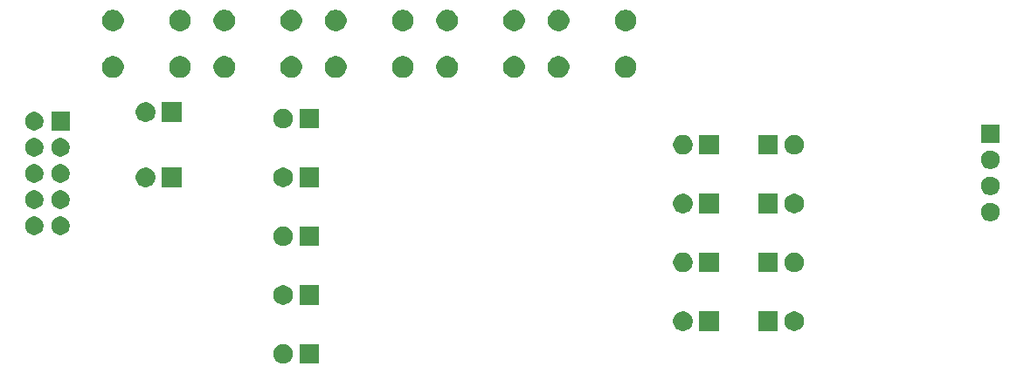
<source format=gbr>
G04 #@! TF.GenerationSoftware,KiCad,Pcbnew,(5.1.5)-3*
G04 #@! TF.CreationDate,2020-07-08T15:38:16+02:00*
G04 #@! TF.ProjectId,SBIO3,5342494f-332e-46b6-9963-61645f706362,rev?*
G04 #@! TF.SameCoordinates,Original*
G04 #@! TF.FileFunction,Soldermask,Bot*
G04 #@! TF.FilePolarity,Negative*
%FSLAX46Y46*%
G04 Gerber Fmt 4.6, Leading zero omitted, Abs format (unit mm)*
G04 Created by KiCad (PCBNEW (5.1.5)-3) date 2020-07-08 15:38:16*
%MOMM*%
%LPD*%
G04 APERTURE LIST*
%ADD10C,0.100000*%
G04 APERTURE END LIST*
D10*
G36*
X104421000Y-176376000D02*
G01*
X102519000Y-176376000D01*
X102519000Y-174474000D01*
X104421000Y-174474000D01*
X104421000Y-176376000D01*
G37*
G36*
X101207395Y-174510546D02*
G01*
X101380466Y-174582234D01*
X101380467Y-174582235D01*
X101536227Y-174686310D01*
X101668690Y-174818773D01*
X101668691Y-174818775D01*
X101772766Y-174974534D01*
X101844454Y-175147605D01*
X101881000Y-175331333D01*
X101881000Y-175518667D01*
X101844454Y-175702395D01*
X101772766Y-175875466D01*
X101772765Y-175875467D01*
X101668690Y-176031227D01*
X101536227Y-176163690D01*
X101457818Y-176216081D01*
X101380466Y-176267766D01*
X101207395Y-176339454D01*
X101023667Y-176376000D01*
X100836333Y-176376000D01*
X100652605Y-176339454D01*
X100479534Y-176267766D01*
X100402182Y-176216081D01*
X100323773Y-176163690D01*
X100191310Y-176031227D01*
X100087235Y-175875467D01*
X100087234Y-175875466D01*
X100015546Y-175702395D01*
X99979000Y-175518667D01*
X99979000Y-175331333D01*
X100015546Y-175147605D01*
X100087234Y-174974534D01*
X100191309Y-174818775D01*
X100191310Y-174818773D01*
X100323773Y-174686310D01*
X100479533Y-174582235D01*
X100479534Y-174582234D01*
X100652605Y-174510546D01*
X100836333Y-174474000D01*
X101023667Y-174474000D01*
X101207395Y-174510546D01*
G37*
G36*
X148871000Y-173201000D02*
G01*
X146969000Y-173201000D01*
X146969000Y-171299000D01*
X148871000Y-171299000D01*
X148871000Y-173201000D01*
G37*
G36*
X143156000Y-173201000D02*
G01*
X141254000Y-173201000D01*
X141254000Y-171299000D01*
X143156000Y-171299000D01*
X143156000Y-173201000D01*
G37*
G36*
X139942395Y-171335546D02*
G01*
X140115466Y-171407234D01*
X140115467Y-171407235D01*
X140271227Y-171511310D01*
X140403690Y-171643773D01*
X140403691Y-171643775D01*
X140507766Y-171799534D01*
X140579454Y-171972605D01*
X140616000Y-172156333D01*
X140616000Y-172343667D01*
X140579454Y-172527395D01*
X140507766Y-172700466D01*
X140507765Y-172700467D01*
X140403690Y-172856227D01*
X140271227Y-172988690D01*
X140192818Y-173041081D01*
X140115466Y-173092766D01*
X139942395Y-173164454D01*
X139758667Y-173201000D01*
X139571333Y-173201000D01*
X139387605Y-173164454D01*
X139214534Y-173092766D01*
X139137182Y-173041081D01*
X139058773Y-172988690D01*
X138926310Y-172856227D01*
X138822235Y-172700467D01*
X138822234Y-172700466D01*
X138750546Y-172527395D01*
X138714000Y-172343667D01*
X138714000Y-172156333D01*
X138750546Y-171972605D01*
X138822234Y-171799534D01*
X138926309Y-171643775D01*
X138926310Y-171643773D01*
X139058773Y-171511310D01*
X139214533Y-171407235D01*
X139214534Y-171407234D01*
X139387605Y-171335546D01*
X139571333Y-171299000D01*
X139758667Y-171299000D01*
X139942395Y-171335546D01*
G37*
G36*
X150737395Y-171335546D02*
G01*
X150910466Y-171407234D01*
X150910467Y-171407235D01*
X151066227Y-171511310D01*
X151198690Y-171643773D01*
X151198691Y-171643775D01*
X151302766Y-171799534D01*
X151374454Y-171972605D01*
X151411000Y-172156333D01*
X151411000Y-172343667D01*
X151374454Y-172527395D01*
X151302766Y-172700466D01*
X151302765Y-172700467D01*
X151198690Y-172856227D01*
X151066227Y-172988690D01*
X150987818Y-173041081D01*
X150910466Y-173092766D01*
X150737395Y-173164454D01*
X150553667Y-173201000D01*
X150366333Y-173201000D01*
X150182605Y-173164454D01*
X150009534Y-173092766D01*
X149932182Y-173041081D01*
X149853773Y-172988690D01*
X149721310Y-172856227D01*
X149617235Y-172700467D01*
X149617234Y-172700466D01*
X149545546Y-172527395D01*
X149509000Y-172343667D01*
X149509000Y-172156333D01*
X149545546Y-171972605D01*
X149617234Y-171799534D01*
X149721309Y-171643775D01*
X149721310Y-171643773D01*
X149853773Y-171511310D01*
X150009533Y-171407235D01*
X150009534Y-171407234D01*
X150182605Y-171335546D01*
X150366333Y-171299000D01*
X150553667Y-171299000D01*
X150737395Y-171335546D01*
G37*
G36*
X104421000Y-170661000D02*
G01*
X102519000Y-170661000D01*
X102519000Y-168759000D01*
X104421000Y-168759000D01*
X104421000Y-170661000D01*
G37*
G36*
X101207395Y-168795546D02*
G01*
X101380466Y-168867234D01*
X101380467Y-168867235D01*
X101536227Y-168971310D01*
X101668690Y-169103773D01*
X101668691Y-169103775D01*
X101772766Y-169259534D01*
X101844454Y-169432605D01*
X101881000Y-169616333D01*
X101881000Y-169803667D01*
X101844454Y-169987395D01*
X101772766Y-170160466D01*
X101772765Y-170160467D01*
X101668690Y-170316227D01*
X101536227Y-170448690D01*
X101457818Y-170501081D01*
X101380466Y-170552766D01*
X101207395Y-170624454D01*
X101023667Y-170661000D01*
X100836333Y-170661000D01*
X100652605Y-170624454D01*
X100479534Y-170552766D01*
X100402182Y-170501081D01*
X100323773Y-170448690D01*
X100191310Y-170316227D01*
X100087235Y-170160467D01*
X100087234Y-170160466D01*
X100015546Y-169987395D01*
X99979000Y-169803667D01*
X99979000Y-169616333D01*
X100015546Y-169432605D01*
X100087234Y-169259534D01*
X100191309Y-169103775D01*
X100191310Y-169103773D01*
X100323773Y-168971310D01*
X100479533Y-168867235D01*
X100479534Y-168867234D01*
X100652605Y-168795546D01*
X100836333Y-168759000D01*
X101023667Y-168759000D01*
X101207395Y-168795546D01*
G37*
G36*
X150737395Y-165620546D02*
G01*
X150910466Y-165692234D01*
X150910467Y-165692235D01*
X151066227Y-165796310D01*
X151198690Y-165928773D01*
X151198691Y-165928775D01*
X151302766Y-166084534D01*
X151374454Y-166257605D01*
X151411000Y-166441333D01*
X151411000Y-166628667D01*
X151374454Y-166812395D01*
X151302766Y-166985466D01*
X151302765Y-166985467D01*
X151198690Y-167141227D01*
X151066227Y-167273690D01*
X150987818Y-167326081D01*
X150910466Y-167377766D01*
X150737395Y-167449454D01*
X150553667Y-167486000D01*
X150366333Y-167486000D01*
X150182605Y-167449454D01*
X150009534Y-167377766D01*
X149932182Y-167326081D01*
X149853773Y-167273690D01*
X149721310Y-167141227D01*
X149617235Y-166985467D01*
X149617234Y-166985466D01*
X149545546Y-166812395D01*
X149509000Y-166628667D01*
X149509000Y-166441333D01*
X149545546Y-166257605D01*
X149617234Y-166084534D01*
X149721309Y-165928775D01*
X149721310Y-165928773D01*
X149853773Y-165796310D01*
X150009533Y-165692235D01*
X150009534Y-165692234D01*
X150182605Y-165620546D01*
X150366333Y-165584000D01*
X150553667Y-165584000D01*
X150737395Y-165620546D01*
G37*
G36*
X148871000Y-167486000D02*
G01*
X146969000Y-167486000D01*
X146969000Y-165584000D01*
X148871000Y-165584000D01*
X148871000Y-167486000D01*
G37*
G36*
X143156000Y-167486000D02*
G01*
X141254000Y-167486000D01*
X141254000Y-165584000D01*
X143156000Y-165584000D01*
X143156000Y-167486000D01*
G37*
G36*
X139942395Y-165620546D02*
G01*
X140115466Y-165692234D01*
X140115467Y-165692235D01*
X140271227Y-165796310D01*
X140403690Y-165928773D01*
X140403691Y-165928775D01*
X140507766Y-166084534D01*
X140579454Y-166257605D01*
X140616000Y-166441333D01*
X140616000Y-166628667D01*
X140579454Y-166812395D01*
X140507766Y-166985466D01*
X140507765Y-166985467D01*
X140403690Y-167141227D01*
X140271227Y-167273690D01*
X140192818Y-167326081D01*
X140115466Y-167377766D01*
X139942395Y-167449454D01*
X139758667Y-167486000D01*
X139571333Y-167486000D01*
X139387605Y-167449454D01*
X139214534Y-167377766D01*
X139137182Y-167326081D01*
X139058773Y-167273690D01*
X138926310Y-167141227D01*
X138822235Y-166985467D01*
X138822234Y-166985466D01*
X138750546Y-166812395D01*
X138714000Y-166628667D01*
X138714000Y-166441333D01*
X138750546Y-166257605D01*
X138822234Y-166084534D01*
X138926309Y-165928775D01*
X138926310Y-165928773D01*
X139058773Y-165796310D01*
X139214533Y-165692235D01*
X139214534Y-165692234D01*
X139387605Y-165620546D01*
X139571333Y-165584000D01*
X139758667Y-165584000D01*
X139942395Y-165620546D01*
G37*
G36*
X101207395Y-163080546D02*
G01*
X101380466Y-163152234D01*
X101380467Y-163152235D01*
X101536227Y-163256310D01*
X101668690Y-163388773D01*
X101668691Y-163388775D01*
X101772766Y-163544534D01*
X101844454Y-163717605D01*
X101881000Y-163901333D01*
X101881000Y-164088667D01*
X101844454Y-164272395D01*
X101772766Y-164445466D01*
X101772765Y-164445467D01*
X101668690Y-164601227D01*
X101536227Y-164733690D01*
X101457818Y-164786081D01*
X101380466Y-164837766D01*
X101207395Y-164909454D01*
X101023667Y-164946000D01*
X100836333Y-164946000D01*
X100652605Y-164909454D01*
X100479534Y-164837766D01*
X100402182Y-164786081D01*
X100323773Y-164733690D01*
X100191310Y-164601227D01*
X100087235Y-164445467D01*
X100087234Y-164445466D01*
X100015546Y-164272395D01*
X99979000Y-164088667D01*
X99979000Y-163901333D01*
X100015546Y-163717605D01*
X100087234Y-163544534D01*
X100191309Y-163388775D01*
X100191310Y-163388773D01*
X100323773Y-163256310D01*
X100479533Y-163152235D01*
X100479534Y-163152234D01*
X100652605Y-163080546D01*
X100836333Y-163044000D01*
X101023667Y-163044000D01*
X101207395Y-163080546D01*
G37*
G36*
X104421000Y-164946000D02*
G01*
X102519000Y-164946000D01*
X102519000Y-163044000D01*
X104421000Y-163044000D01*
X104421000Y-164946000D01*
G37*
G36*
X76913512Y-162082927D02*
G01*
X77062812Y-162112624D01*
X77226784Y-162180544D01*
X77374354Y-162279147D01*
X77499853Y-162404646D01*
X77598456Y-162552216D01*
X77666376Y-162716188D01*
X77701000Y-162890259D01*
X77701000Y-163067741D01*
X77666376Y-163241812D01*
X77598456Y-163405784D01*
X77499853Y-163553354D01*
X77374354Y-163678853D01*
X77226784Y-163777456D01*
X77062812Y-163845376D01*
X76913512Y-163875073D01*
X76888742Y-163880000D01*
X76711258Y-163880000D01*
X76686488Y-163875073D01*
X76537188Y-163845376D01*
X76373216Y-163777456D01*
X76225646Y-163678853D01*
X76100147Y-163553354D01*
X76001544Y-163405784D01*
X75933624Y-163241812D01*
X75899000Y-163067741D01*
X75899000Y-162890259D01*
X75933624Y-162716188D01*
X76001544Y-162552216D01*
X76100147Y-162404646D01*
X76225646Y-162279147D01*
X76373216Y-162180544D01*
X76537188Y-162112624D01*
X76686488Y-162082927D01*
X76711258Y-162078000D01*
X76888742Y-162078000D01*
X76913512Y-162082927D01*
G37*
G36*
X79453512Y-162082927D02*
G01*
X79602812Y-162112624D01*
X79766784Y-162180544D01*
X79914354Y-162279147D01*
X80039853Y-162404646D01*
X80138456Y-162552216D01*
X80206376Y-162716188D01*
X80241000Y-162890259D01*
X80241000Y-163067741D01*
X80206376Y-163241812D01*
X80138456Y-163405784D01*
X80039853Y-163553354D01*
X79914354Y-163678853D01*
X79766784Y-163777456D01*
X79602812Y-163845376D01*
X79453512Y-163875073D01*
X79428742Y-163880000D01*
X79251258Y-163880000D01*
X79226488Y-163875073D01*
X79077188Y-163845376D01*
X78913216Y-163777456D01*
X78765646Y-163678853D01*
X78640147Y-163553354D01*
X78541544Y-163405784D01*
X78473624Y-163241812D01*
X78439000Y-163067741D01*
X78439000Y-162890259D01*
X78473624Y-162716188D01*
X78541544Y-162552216D01*
X78640147Y-162404646D01*
X78765646Y-162279147D01*
X78913216Y-162180544D01*
X79077188Y-162112624D01*
X79226488Y-162082927D01*
X79251258Y-162078000D01*
X79428742Y-162078000D01*
X79453512Y-162082927D01*
G37*
G36*
X169560012Y-160749427D02*
G01*
X169709312Y-160779124D01*
X169873284Y-160847044D01*
X170020854Y-160945647D01*
X170146353Y-161071146D01*
X170244956Y-161218716D01*
X170312876Y-161382688D01*
X170347500Y-161556759D01*
X170347500Y-161734241D01*
X170312876Y-161908312D01*
X170244956Y-162072284D01*
X170146353Y-162219854D01*
X170020854Y-162345353D01*
X169873284Y-162443956D01*
X169709312Y-162511876D01*
X169560012Y-162541573D01*
X169535242Y-162546500D01*
X169357758Y-162546500D01*
X169332988Y-162541573D01*
X169183688Y-162511876D01*
X169019716Y-162443956D01*
X168872146Y-162345353D01*
X168746647Y-162219854D01*
X168648044Y-162072284D01*
X168580124Y-161908312D01*
X168545500Y-161734241D01*
X168545500Y-161556759D01*
X168580124Y-161382688D01*
X168648044Y-161218716D01*
X168746647Y-161071146D01*
X168872146Y-160945647D01*
X169019716Y-160847044D01*
X169183688Y-160779124D01*
X169332988Y-160749427D01*
X169357758Y-160744500D01*
X169535242Y-160744500D01*
X169560012Y-160749427D01*
G37*
G36*
X150737395Y-159905546D02*
G01*
X150910466Y-159977234D01*
X150962820Y-160012216D01*
X151066227Y-160081310D01*
X151198690Y-160213773D01*
X151198691Y-160213775D01*
X151302766Y-160369534D01*
X151374454Y-160542605D01*
X151411000Y-160726333D01*
X151411000Y-160913667D01*
X151374454Y-161097395D01*
X151302766Y-161270466D01*
X151279440Y-161305376D01*
X151198690Y-161426227D01*
X151066227Y-161558690D01*
X150987818Y-161611081D01*
X150910466Y-161662766D01*
X150737395Y-161734454D01*
X150553667Y-161771000D01*
X150366333Y-161771000D01*
X150182605Y-161734454D01*
X150009534Y-161662766D01*
X149932182Y-161611081D01*
X149853773Y-161558690D01*
X149721310Y-161426227D01*
X149640560Y-161305376D01*
X149617234Y-161270466D01*
X149545546Y-161097395D01*
X149509000Y-160913667D01*
X149509000Y-160726333D01*
X149545546Y-160542605D01*
X149617234Y-160369534D01*
X149721309Y-160213775D01*
X149721310Y-160213773D01*
X149853773Y-160081310D01*
X149957180Y-160012216D01*
X150009534Y-159977234D01*
X150182605Y-159905546D01*
X150366333Y-159869000D01*
X150553667Y-159869000D01*
X150737395Y-159905546D01*
G37*
G36*
X139942395Y-159905546D02*
G01*
X140115466Y-159977234D01*
X140167820Y-160012216D01*
X140271227Y-160081310D01*
X140403690Y-160213773D01*
X140403691Y-160213775D01*
X140507766Y-160369534D01*
X140579454Y-160542605D01*
X140616000Y-160726333D01*
X140616000Y-160913667D01*
X140579454Y-161097395D01*
X140507766Y-161270466D01*
X140484440Y-161305376D01*
X140403690Y-161426227D01*
X140271227Y-161558690D01*
X140192818Y-161611081D01*
X140115466Y-161662766D01*
X139942395Y-161734454D01*
X139758667Y-161771000D01*
X139571333Y-161771000D01*
X139387605Y-161734454D01*
X139214534Y-161662766D01*
X139137182Y-161611081D01*
X139058773Y-161558690D01*
X138926310Y-161426227D01*
X138845560Y-161305376D01*
X138822234Y-161270466D01*
X138750546Y-161097395D01*
X138714000Y-160913667D01*
X138714000Y-160726333D01*
X138750546Y-160542605D01*
X138822234Y-160369534D01*
X138926309Y-160213775D01*
X138926310Y-160213773D01*
X139058773Y-160081310D01*
X139162180Y-160012216D01*
X139214534Y-159977234D01*
X139387605Y-159905546D01*
X139571333Y-159869000D01*
X139758667Y-159869000D01*
X139942395Y-159905546D01*
G37*
G36*
X143156000Y-161771000D02*
G01*
X141254000Y-161771000D01*
X141254000Y-159869000D01*
X143156000Y-159869000D01*
X143156000Y-161771000D01*
G37*
G36*
X148871000Y-161771000D02*
G01*
X146969000Y-161771000D01*
X146969000Y-159869000D01*
X148871000Y-159869000D01*
X148871000Y-161771000D01*
G37*
G36*
X76913512Y-159542927D02*
G01*
X77062812Y-159572624D01*
X77226784Y-159640544D01*
X77374354Y-159739147D01*
X77499853Y-159864646D01*
X77598456Y-160012216D01*
X77666376Y-160176188D01*
X77696073Y-160325488D01*
X77701000Y-160350258D01*
X77701000Y-160527742D01*
X77696073Y-160552512D01*
X77666376Y-160701812D01*
X77598456Y-160865784D01*
X77499853Y-161013354D01*
X77374354Y-161138853D01*
X77226784Y-161237456D01*
X77062812Y-161305376D01*
X76913512Y-161335073D01*
X76888742Y-161340000D01*
X76711258Y-161340000D01*
X76686488Y-161335073D01*
X76537188Y-161305376D01*
X76373216Y-161237456D01*
X76225646Y-161138853D01*
X76100147Y-161013354D01*
X76001544Y-160865784D01*
X75933624Y-160701812D01*
X75903927Y-160552512D01*
X75899000Y-160527742D01*
X75899000Y-160350258D01*
X75903927Y-160325488D01*
X75933624Y-160176188D01*
X76001544Y-160012216D01*
X76100147Y-159864646D01*
X76225646Y-159739147D01*
X76373216Y-159640544D01*
X76537188Y-159572624D01*
X76686488Y-159542927D01*
X76711258Y-159538000D01*
X76888742Y-159538000D01*
X76913512Y-159542927D01*
G37*
G36*
X79453512Y-159542927D02*
G01*
X79602812Y-159572624D01*
X79766784Y-159640544D01*
X79914354Y-159739147D01*
X80039853Y-159864646D01*
X80138456Y-160012216D01*
X80206376Y-160176188D01*
X80236073Y-160325488D01*
X80241000Y-160350258D01*
X80241000Y-160527742D01*
X80236073Y-160552512D01*
X80206376Y-160701812D01*
X80138456Y-160865784D01*
X80039853Y-161013354D01*
X79914354Y-161138853D01*
X79766784Y-161237456D01*
X79602812Y-161305376D01*
X79453512Y-161335073D01*
X79428742Y-161340000D01*
X79251258Y-161340000D01*
X79226488Y-161335073D01*
X79077188Y-161305376D01*
X78913216Y-161237456D01*
X78765646Y-161138853D01*
X78640147Y-161013354D01*
X78541544Y-160865784D01*
X78473624Y-160701812D01*
X78443927Y-160552512D01*
X78439000Y-160527742D01*
X78439000Y-160350258D01*
X78443927Y-160325488D01*
X78473624Y-160176188D01*
X78541544Y-160012216D01*
X78640147Y-159864646D01*
X78765646Y-159739147D01*
X78913216Y-159640544D01*
X79077188Y-159572624D01*
X79226488Y-159542927D01*
X79251258Y-159538000D01*
X79428742Y-159538000D01*
X79453512Y-159542927D01*
G37*
G36*
X169560012Y-158209427D02*
G01*
X169709312Y-158239124D01*
X169873284Y-158307044D01*
X170020854Y-158405647D01*
X170146353Y-158531146D01*
X170244956Y-158678716D01*
X170312876Y-158842688D01*
X170347500Y-159016759D01*
X170347500Y-159194241D01*
X170312876Y-159368312D01*
X170244956Y-159532284D01*
X170146353Y-159679854D01*
X170020854Y-159805353D01*
X169873284Y-159903956D01*
X169709312Y-159971876D01*
X169560012Y-160001573D01*
X169535242Y-160006500D01*
X169357758Y-160006500D01*
X169332988Y-160001573D01*
X169183688Y-159971876D01*
X169019716Y-159903956D01*
X168872146Y-159805353D01*
X168746647Y-159679854D01*
X168648044Y-159532284D01*
X168580124Y-159368312D01*
X168545500Y-159194241D01*
X168545500Y-159016759D01*
X168580124Y-158842688D01*
X168648044Y-158678716D01*
X168746647Y-158531146D01*
X168872146Y-158405647D01*
X169019716Y-158307044D01*
X169183688Y-158239124D01*
X169332988Y-158209427D01*
X169357758Y-158204500D01*
X169535242Y-158204500D01*
X169560012Y-158209427D01*
G37*
G36*
X101207395Y-157365546D02*
G01*
X101380466Y-157437234D01*
X101432820Y-157472216D01*
X101536227Y-157541310D01*
X101668690Y-157673773D01*
X101668691Y-157673775D01*
X101772766Y-157829534D01*
X101844454Y-158002605D01*
X101881000Y-158186333D01*
X101881000Y-158373667D01*
X101844454Y-158557395D01*
X101772766Y-158730466D01*
X101749440Y-158765376D01*
X101668690Y-158886227D01*
X101536227Y-159018690D01*
X101457818Y-159071081D01*
X101380466Y-159122766D01*
X101207395Y-159194454D01*
X101023667Y-159231000D01*
X100836333Y-159231000D01*
X100652605Y-159194454D01*
X100479534Y-159122766D01*
X100402182Y-159071081D01*
X100323773Y-159018690D01*
X100191310Y-158886227D01*
X100110560Y-158765376D01*
X100087234Y-158730466D01*
X100015546Y-158557395D01*
X99979000Y-158373667D01*
X99979000Y-158186333D01*
X100015546Y-158002605D01*
X100087234Y-157829534D01*
X100191309Y-157673775D01*
X100191310Y-157673773D01*
X100323773Y-157541310D01*
X100427180Y-157472216D01*
X100479534Y-157437234D01*
X100652605Y-157365546D01*
X100836333Y-157329000D01*
X101023667Y-157329000D01*
X101207395Y-157365546D01*
G37*
G36*
X91086000Y-159231000D02*
G01*
X89184000Y-159231000D01*
X89184000Y-157329000D01*
X91086000Y-157329000D01*
X91086000Y-159231000D01*
G37*
G36*
X104421000Y-159231000D02*
G01*
X102519000Y-159231000D01*
X102519000Y-157329000D01*
X104421000Y-157329000D01*
X104421000Y-159231000D01*
G37*
G36*
X87872395Y-157365546D02*
G01*
X88045466Y-157437234D01*
X88097820Y-157472216D01*
X88201227Y-157541310D01*
X88333690Y-157673773D01*
X88333691Y-157673775D01*
X88437766Y-157829534D01*
X88509454Y-158002605D01*
X88546000Y-158186333D01*
X88546000Y-158373667D01*
X88509454Y-158557395D01*
X88437766Y-158730466D01*
X88414440Y-158765376D01*
X88333690Y-158886227D01*
X88201227Y-159018690D01*
X88122818Y-159071081D01*
X88045466Y-159122766D01*
X87872395Y-159194454D01*
X87688667Y-159231000D01*
X87501333Y-159231000D01*
X87317605Y-159194454D01*
X87144534Y-159122766D01*
X87067182Y-159071081D01*
X86988773Y-159018690D01*
X86856310Y-158886227D01*
X86775560Y-158765376D01*
X86752234Y-158730466D01*
X86680546Y-158557395D01*
X86644000Y-158373667D01*
X86644000Y-158186333D01*
X86680546Y-158002605D01*
X86752234Y-157829534D01*
X86856309Y-157673775D01*
X86856310Y-157673773D01*
X86988773Y-157541310D01*
X87092180Y-157472216D01*
X87144534Y-157437234D01*
X87317605Y-157365546D01*
X87501333Y-157329000D01*
X87688667Y-157329000D01*
X87872395Y-157365546D01*
G37*
G36*
X79453512Y-157002927D02*
G01*
X79602812Y-157032624D01*
X79766784Y-157100544D01*
X79914354Y-157199147D01*
X80039853Y-157324646D01*
X80138456Y-157472216D01*
X80206376Y-157636188D01*
X80236073Y-157785488D01*
X80241000Y-157810258D01*
X80241000Y-157987742D01*
X80236073Y-158012512D01*
X80206376Y-158161812D01*
X80138456Y-158325784D01*
X80039853Y-158473354D01*
X79914354Y-158598853D01*
X79766784Y-158697456D01*
X79602812Y-158765376D01*
X79453512Y-158795073D01*
X79428742Y-158800000D01*
X79251258Y-158800000D01*
X79226488Y-158795073D01*
X79077188Y-158765376D01*
X78913216Y-158697456D01*
X78765646Y-158598853D01*
X78640147Y-158473354D01*
X78541544Y-158325784D01*
X78473624Y-158161812D01*
X78443927Y-158012512D01*
X78439000Y-157987742D01*
X78439000Y-157810258D01*
X78443927Y-157785488D01*
X78473624Y-157636188D01*
X78541544Y-157472216D01*
X78640147Y-157324646D01*
X78765646Y-157199147D01*
X78913216Y-157100544D01*
X79077188Y-157032624D01*
X79226488Y-157002927D01*
X79251258Y-156998000D01*
X79428742Y-156998000D01*
X79453512Y-157002927D01*
G37*
G36*
X76913512Y-157002927D02*
G01*
X77062812Y-157032624D01*
X77226784Y-157100544D01*
X77374354Y-157199147D01*
X77499853Y-157324646D01*
X77598456Y-157472216D01*
X77666376Y-157636188D01*
X77696073Y-157785488D01*
X77701000Y-157810258D01*
X77701000Y-157987742D01*
X77696073Y-158012512D01*
X77666376Y-158161812D01*
X77598456Y-158325784D01*
X77499853Y-158473354D01*
X77374354Y-158598853D01*
X77226784Y-158697456D01*
X77062812Y-158765376D01*
X76913512Y-158795073D01*
X76888742Y-158800000D01*
X76711258Y-158800000D01*
X76686488Y-158795073D01*
X76537188Y-158765376D01*
X76373216Y-158697456D01*
X76225646Y-158598853D01*
X76100147Y-158473354D01*
X76001544Y-158325784D01*
X75933624Y-158161812D01*
X75903927Y-158012512D01*
X75899000Y-157987742D01*
X75899000Y-157810258D01*
X75903927Y-157785488D01*
X75933624Y-157636188D01*
X76001544Y-157472216D01*
X76100147Y-157324646D01*
X76225646Y-157199147D01*
X76373216Y-157100544D01*
X76537188Y-157032624D01*
X76686488Y-157002927D01*
X76711258Y-156998000D01*
X76888742Y-156998000D01*
X76913512Y-157002927D01*
G37*
G36*
X169560012Y-155669427D02*
G01*
X169709312Y-155699124D01*
X169873284Y-155767044D01*
X170020854Y-155865647D01*
X170146353Y-155991146D01*
X170244956Y-156138716D01*
X170312876Y-156302688D01*
X170347500Y-156476759D01*
X170347500Y-156654241D01*
X170312876Y-156828312D01*
X170244956Y-156992284D01*
X170146353Y-157139854D01*
X170020854Y-157265353D01*
X169873284Y-157363956D01*
X169709312Y-157431876D01*
X169560012Y-157461573D01*
X169535242Y-157466500D01*
X169357758Y-157466500D01*
X169332988Y-157461573D01*
X169183688Y-157431876D01*
X169019716Y-157363956D01*
X168872146Y-157265353D01*
X168746647Y-157139854D01*
X168648044Y-156992284D01*
X168580124Y-156828312D01*
X168545500Y-156654241D01*
X168545500Y-156476759D01*
X168580124Y-156302688D01*
X168648044Y-156138716D01*
X168746647Y-155991146D01*
X168872146Y-155865647D01*
X169019716Y-155767044D01*
X169183688Y-155699124D01*
X169332988Y-155669427D01*
X169357758Y-155664500D01*
X169535242Y-155664500D01*
X169560012Y-155669427D01*
G37*
G36*
X79453512Y-154462927D02*
G01*
X79602812Y-154492624D01*
X79766784Y-154560544D01*
X79914354Y-154659147D01*
X80039853Y-154784646D01*
X80138456Y-154932216D01*
X80206376Y-155096188D01*
X80241000Y-155270259D01*
X80241000Y-155447741D01*
X80206376Y-155621812D01*
X80138456Y-155785784D01*
X80039853Y-155933354D01*
X79914354Y-156058853D01*
X79766784Y-156157456D01*
X79602812Y-156225376D01*
X79453512Y-156255073D01*
X79428742Y-156260000D01*
X79251258Y-156260000D01*
X79226488Y-156255073D01*
X79077188Y-156225376D01*
X78913216Y-156157456D01*
X78765646Y-156058853D01*
X78640147Y-155933354D01*
X78541544Y-155785784D01*
X78473624Y-155621812D01*
X78439000Y-155447741D01*
X78439000Y-155270259D01*
X78473624Y-155096188D01*
X78541544Y-154932216D01*
X78640147Y-154784646D01*
X78765646Y-154659147D01*
X78913216Y-154560544D01*
X79077188Y-154492624D01*
X79226488Y-154462927D01*
X79251258Y-154458000D01*
X79428742Y-154458000D01*
X79453512Y-154462927D01*
G37*
G36*
X76913512Y-154462927D02*
G01*
X77062812Y-154492624D01*
X77226784Y-154560544D01*
X77374354Y-154659147D01*
X77499853Y-154784646D01*
X77598456Y-154932216D01*
X77666376Y-155096188D01*
X77701000Y-155270259D01*
X77701000Y-155447741D01*
X77666376Y-155621812D01*
X77598456Y-155785784D01*
X77499853Y-155933354D01*
X77374354Y-156058853D01*
X77226784Y-156157456D01*
X77062812Y-156225376D01*
X76913512Y-156255073D01*
X76888742Y-156260000D01*
X76711258Y-156260000D01*
X76686488Y-156255073D01*
X76537188Y-156225376D01*
X76373216Y-156157456D01*
X76225646Y-156058853D01*
X76100147Y-155933354D01*
X76001544Y-155785784D01*
X75933624Y-155621812D01*
X75899000Y-155447741D01*
X75899000Y-155270259D01*
X75933624Y-155096188D01*
X76001544Y-154932216D01*
X76100147Y-154784646D01*
X76225646Y-154659147D01*
X76373216Y-154560544D01*
X76537188Y-154492624D01*
X76686488Y-154462927D01*
X76711258Y-154458000D01*
X76888742Y-154458000D01*
X76913512Y-154462927D01*
G37*
G36*
X143156000Y-156056000D02*
G01*
X141254000Y-156056000D01*
X141254000Y-154154000D01*
X143156000Y-154154000D01*
X143156000Y-156056000D01*
G37*
G36*
X150737395Y-154190546D02*
G01*
X150910466Y-154262234D01*
X150910467Y-154262235D01*
X151066227Y-154366310D01*
X151198690Y-154498773D01*
X151198691Y-154498775D01*
X151302766Y-154654534D01*
X151374454Y-154827605D01*
X151411000Y-155011333D01*
X151411000Y-155198667D01*
X151374454Y-155382395D01*
X151302766Y-155555466D01*
X151302765Y-155555467D01*
X151198690Y-155711227D01*
X151066227Y-155843690D01*
X151033366Y-155865647D01*
X150910466Y-155947766D01*
X150737395Y-156019454D01*
X150553667Y-156056000D01*
X150366333Y-156056000D01*
X150182605Y-156019454D01*
X150009534Y-155947766D01*
X149886634Y-155865647D01*
X149853773Y-155843690D01*
X149721310Y-155711227D01*
X149617235Y-155555467D01*
X149617234Y-155555466D01*
X149545546Y-155382395D01*
X149509000Y-155198667D01*
X149509000Y-155011333D01*
X149545546Y-154827605D01*
X149617234Y-154654534D01*
X149721309Y-154498775D01*
X149721310Y-154498773D01*
X149853773Y-154366310D01*
X150009533Y-154262235D01*
X150009534Y-154262234D01*
X150182605Y-154190546D01*
X150366333Y-154154000D01*
X150553667Y-154154000D01*
X150737395Y-154190546D01*
G37*
G36*
X148871000Y-156056000D02*
G01*
X146969000Y-156056000D01*
X146969000Y-154154000D01*
X148871000Y-154154000D01*
X148871000Y-156056000D01*
G37*
G36*
X139942395Y-154190546D02*
G01*
X140115466Y-154262234D01*
X140115467Y-154262235D01*
X140271227Y-154366310D01*
X140403690Y-154498773D01*
X140403691Y-154498775D01*
X140507766Y-154654534D01*
X140579454Y-154827605D01*
X140616000Y-155011333D01*
X140616000Y-155198667D01*
X140579454Y-155382395D01*
X140507766Y-155555466D01*
X140507765Y-155555467D01*
X140403690Y-155711227D01*
X140271227Y-155843690D01*
X140238366Y-155865647D01*
X140115466Y-155947766D01*
X139942395Y-156019454D01*
X139758667Y-156056000D01*
X139571333Y-156056000D01*
X139387605Y-156019454D01*
X139214534Y-155947766D01*
X139091634Y-155865647D01*
X139058773Y-155843690D01*
X138926310Y-155711227D01*
X138822235Y-155555467D01*
X138822234Y-155555466D01*
X138750546Y-155382395D01*
X138714000Y-155198667D01*
X138714000Y-155011333D01*
X138750546Y-154827605D01*
X138822234Y-154654534D01*
X138926309Y-154498775D01*
X138926310Y-154498773D01*
X139058773Y-154366310D01*
X139214533Y-154262235D01*
X139214534Y-154262234D01*
X139387605Y-154190546D01*
X139571333Y-154154000D01*
X139758667Y-154154000D01*
X139942395Y-154190546D01*
G37*
G36*
X170347500Y-154926500D02*
G01*
X168545500Y-154926500D01*
X168545500Y-153124500D01*
X170347500Y-153124500D01*
X170347500Y-154926500D01*
G37*
G36*
X80241000Y-153720000D02*
G01*
X78439000Y-153720000D01*
X78439000Y-151918000D01*
X80241000Y-151918000D01*
X80241000Y-153720000D01*
G37*
G36*
X76913512Y-151922927D02*
G01*
X77062812Y-151952624D01*
X77226784Y-152020544D01*
X77374354Y-152119147D01*
X77499853Y-152244646D01*
X77598456Y-152392216D01*
X77666376Y-152556188D01*
X77701000Y-152730259D01*
X77701000Y-152907741D01*
X77666376Y-153081812D01*
X77598456Y-153245784D01*
X77499853Y-153393354D01*
X77374354Y-153518853D01*
X77226784Y-153617456D01*
X77062812Y-153685376D01*
X76913512Y-153715073D01*
X76888742Y-153720000D01*
X76711258Y-153720000D01*
X76686488Y-153715073D01*
X76537188Y-153685376D01*
X76373216Y-153617456D01*
X76225646Y-153518853D01*
X76100147Y-153393354D01*
X76001544Y-153245784D01*
X75933624Y-153081812D01*
X75899000Y-152907741D01*
X75899000Y-152730259D01*
X75933624Y-152556188D01*
X76001544Y-152392216D01*
X76100147Y-152244646D01*
X76225646Y-152119147D01*
X76373216Y-152020544D01*
X76537188Y-151952624D01*
X76686488Y-151922927D01*
X76711258Y-151918000D01*
X76888742Y-151918000D01*
X76913512Y-151922927D01*
G37*
G36*
X101207395Y-151650546D02*
G01*
X101380466Y-151722234D01*
X101380467Y-151722235D01*
X101536227Y-151826310D01*
X101668690Y-151958773D01*
X101668691Y-151958775D01*
X101772766Y-152114534D01*
X101844454Y-152287605D01*
X101881000Y-152471333D01*
X101881000Y-152658667D01*
X101844454Y-152842395D01*
X101772766Y-153015466D01*
X101772765Y-153015467D01*
X101668690Y-153171227D01*
X101536227Y-153303690D01*
X101457818Y-153356081D01*
X101380466Y-153407766D01*
X101207395Y-153479454D01*
X101023667Y-153516000D01*
X100836333Y-153516000D01*
X100652605Y-153479454D01*
X100479534Y-153407766D01*
X100402182Y-153356081D01*
X100323773Y-153303690D01*
X100191310Y-153171227D01*
X100087235Y-153015467D01*
X100087234Y-153015466D01*
X100015546Y-152842395D01*
X99979000Y-152658667D01*
X99979000Y-152471333D01*
X100015546Y-152287605D01*
X100087234Y-152114534D01*
X100191309Y-151958775D01*
X100191310Y-151958773D01*
X100323773Y-151826310D01*
X100479533Y-151722235D01*
X100479534Y-151722234D01*
X100652605Y-151650546D01*
X100836333Y-151614000D01*
X101023667Y-151614000D01*
X101207395Y-151650546D01*
G37*
G36*
X104421000Y-153516000D02*
G01*
X102519000Y-153516000D01*
X102519000Y-151614000D01*
X104421000Y-151614000D01*
X104421000Y-153516000D01*
G37*
G36*
X87872395Y-151015546D02*
G01*
X88045466Y-151087234D01*
X88045467Y-151087235D01*
X88201227Y-151191310D01*
X88333690Y-151323773D01*
X88333691Y-151323775D01*
X88437766Y-151479534D01*
X88509454Y-151652605D01*
X88546000Y-151836333D01*
X88546000Y-152023667D01*
X88509454Y-152207395D01*
X88437766Y-152380466D01*
X88386081Y-152457818D01*
X88333690Y-152536227D01*
X88201227Y-152668690D01*
X88122818Y-152721081D01*
X88045466Y-152772766D01*
X87872395Y-152844454D01*
X87688667Y-152881000D01*
X87501333Y-152881000D01*
X87317605Y-152844454D01*
X87144534Y-152772766D01*
X87067182Y-152721081D01*
X86988773Y-152668690D01*
X86856310Y-152536227D01*
X86803919Y-152457818D01*
X86752234Y-152380466D01*
X86680546Y-152207395D01*
X86644000Y-152023667D01*
X86644000Y-151836333D01*
X86680546Y-151652605D01*
X86752234Y-151479534D01*
X86856309Y-151323775D01*
X86856310Y-151323773D01*
X86988773Y-151191310D01*
X87144533Y-151087235D01*
X87144534Y-151087234D01*
X87317605Y-151015546D01*
X87501333Y-150979000D01*
X87688667Y-150979000D01*
X87872395Y-151015546D01*
G37*
G36*
X91086000Y-152881000D02*
G01*
X89184000Y-152881000D01*
X89184000Y-150979000D01*
X91086000Y-150979000D01*
X91086000Y-152881000D01*
G37*
G36*
X84726564Y-146529389D02*
G01*
X84917833Y-146608615D01*
X84917835Y-146608616D01*
X85089973Y-146723635D01*
X85236365Y-146870027D01*
X85351385Y-147042167D01*
X85430611Y-147233436D01*
X85471000Y-147436484D01*
X85471000Y-147643516D01*
X85430611Y-147846564D01*
X85351385Y-148037833D01*
X85351384Y-148037835D01*
X85236365Y-148209973D01*
X85089973Y-148356365D01*
X84917835Y-148471384D01*
X84917834Y-148471385D01*
X84917833Y-148471385D01*
X84726564Y-148550611D01*
X84523516Y-148591000D01*
X84316484Y-148591000D01*
X84113436Y-148550611D01*
X83922167Y-148471385D01*
X83922166Y-148471385D01*
X83922165Y-148471384D01*
X83750027Y-148356365D01*
X83603635Y-148209973D01*
X83488616Y-148037835D01*
X83488615Y-148037833D01*
X83409389Y-147846564D01*
X83369000Y-147643516D01*
X83369000Y-147436484D01*
X83409389Y-147233436D01*
X83488615Y-147042167D01*
X83603635Y-146870027D01*
X83750027Y-146723635D01*
X83922165Y-146608616D01*
X83922167Y-146608615D01*
X84113436Y-146529389D01*
X84316484Y-146489000D01*
X84523516Y-146489000D01*
X84726564Y-146529389D01*
G37*
G36*
X95521564Y-146529389D02*
G01*
X95712833Y-146608615D01*
X95712835Y-146608616D01*
X95884973Y-146723635D01*
X96031365Y-146870027D01*
X96146385Y-147042167D01*
X96225611Y-147233436D01*
X96266000Y-147436484D01*
X96266000Y-147643516D01*
X96225611Y-147846564D01*
X96146385Y-148037833D01*
X96146384Y-148037835D01*
X96031365Y-148209973D01*
X95884973Y-148356365D01*
X95712835Y-148471384D01*
X95712834Y-148471385D01*
X95712833Y-148471385D01*
X95521564Y-148550611D01*
X95318516Y-148591000D01*
X95111484Y-148591000D01*
X94908436Y-148550611D01*
X94717167Y-148471385D01*
X94717166Y-148471385D01*
X94717165Y-148471384D01*
X94545027Y-148356365D01*
X94398635Y-148209973D01*
X94283616Y-148037835D01*
X94283615Y-148037833D01*
X94204389Y-147846564D01*
X94164000Y-147643516D01*
X94164000Y-147436484D01*
X94204389Y-147233436D01*
X94283615Y-147042167D01*
X94398635Y-146870027D01*
X94545027Y-146723635D01*
X94717165Y-146608616D01*
X94717167Y-146608615D01*
X94908436Y-146529389D01*
X95111484Y-146489000D01*
X95318516Y-146489000D01*
X95521564Y-146529389D01*
G37*
G36*
X91226564Y-146529389D02*
G01*
X91417833Y-146608615D01*
X91417835Y-146608616D01*
X91589973Y-146723635D01*
X91736365Y-146870027D01*
X91851385Y-147042167D01*
X91930611Y-147233436D01*
X91971000Y-147436484D01*
X91971000Y-147643516D01*
X91930611Y-147846564D01*
X91851385Y-148037833D01*
X91851384Y-148037835D01*
X91736365Y-148209973D01*
X91589973Y-148356365D01*
X91417835Y-148471384D01*
X91417834Y-148471385D01*
X91417833Y-148471385D01*
X91226564Y-148550611D01*
X91023516Y-148591000D01*
X90816484Y-148591000D01*
X90613436Y-148550611D01*
X90422167Y-148471385D01*
X90422166Y-148471385D01*
X90422165Y-148471384D01*
X90250027Y-148356365D01*
X90103635Y-148209973D01*
X89988616Y-148037835D01*
X89988615Y-148037833D01*
X89909389Y-147846564D01*
X89869000Y-147643516D01*
X89869000Y-147436484D01*
X89909389Y-147233436D01*
X89988615Y-147042167D01*
X90103635Y-146870027D01*
X90250027Y-146723635D01*
X90422165Y-146608616D01*
X90422167Y-146608615D01*
X90613436Y-146529389D01*
X90816484Y-146489000D01*
X91023516Y-146489000D01*
X91226564Y-146529389D01*
G37*
G36*
X134406564Y-146529389D02*
G01*
X134597833Y-146608615D01*
X134597835Y-146608616D01*
X134769973Y-146723635D01*
X134916365Y-146870027D01*
X135031385Y-147042167D01*
X135110611Y-147233436D01*
X135151000Y-147436484D01*
X135151000Y-147643516D01*
X135110611Y-147846564D01*
X135031385Y-148037833D01*
X135031384Y-148037835D01*
X134916365Y-148209973D01*
X134769973Y-148356365D01*
X134597835Y-148471384D01*
X134597834Y-148471385D01*
X134597833Y-148471385D01*
X134406564Y-148550611D01*
X134203516Y-148591000D01*
X133996484Y-148591000D01*
X133793436Y-148550611D01*
X133602167Y-148471385D01*
X133602166Y-148471385D01*
X133602165Y-148471384D01*
X133430027Y-148356365D01*
X133283635Y-148209973D01*
X133168616Y-148037835D01*
X133168615Y-148037833D01*
X133089389Y-147846564D01*
X133049000Y-147643516D01*
X133049000Y-147436484D01*
X133089389Y-147233436D01*
X133168615Y-147042167D01*
X133283635Y-146870027D01*
X133430027Y-146723635D01*
X133602165Y-146608616D01*
X133602167Y-146608615D01*
X133793436Y-146529389D01*
X133996484Y-146489000D01*
X134203516Y-146489000D01*
X134406564Y-146529389D01*
G37*
G36*
X123611564Y-146529389D02*
G01*
X123802833Y-146608615D01*
X123802835Y-146608616D01*
X123974973Y-146723635D01*
X124121365Y-146870027D01*
X124236385Y-147042167D01*
X124315611Y-147233436D01*
X124356000Y-147436484D01*
X124356000Y-147643516D01*
X124315611Y-147846564D01*
X124236385Y-148037833D01*
X124236384Y-148037835D01*
X124121365Y-148209973D01*
X123974973Y-148356365D01*
X123802835Y-148471384D01*
X123802834Y-148471385D01*
X123802833Y-148471385D01*
X123611564Y-148550611D01*
X123408516Y-148591000D01*
X123201484Y-148591000D01*
X122998436Y-148550611D01*
X122807167Y-148471385D01*
X122807166Y-148471385D01*
X122807165Y-148471384D01*
X122635027Y-148356365D01*
X122488635Y-148209973D01*
X122373616Y-148037835D01*
X122373615Y-148037833D01*
X122294389Y-147846564D01*
X122254000Y-147643516D01*
X122254000Y-147436484D01*
X122294389Y-147233436D01*
X122373615Y-147042167D01*
X122488635Y-146870027D01*
X122635027Y-146723635D01*
X122807165Y-146608616D01*
X122807167Y-146608615D01*
X122998436Y-146529389D01*
X123201484Y-146489000D01*
X123408516Y-146489000D01*
X123611564Y-146529389D01*
G37*
G36*
X127906564Y-146529389D02*
G01*
X128097833Y-146608615D01*
X128097835Y-146608616D01*
X128269973Y-146723635D01*
X128416365Y-146870027D01*
X128531385Y-147042167D01*
X128610611Y-147233436D01*
X128651000Y-147436484D01*
X128651000Y-147643516D01*
X128610611Y-147846564D01*
X128531385Y-148037833D01*
X128531384Y-148037835D01*
X128416365Y-148209973D01*
X128269973Y-148356365D01*
X128097835Y-148471384D01*
X128097834Y-148471385D01*
X128097833Y-148471385D01*
X127906564Y-148550611D01*
X127703516Y-148591000D01*
X127496484Y-148591000D01*
X127293436Y-148550611D01*
X127102167Y-148471385D01*
X127102166Y-148471385D01*
X127102165Y-148471384D01*
X126930027Y-148356365D01*
X126783635Y-148209973D01*
X126668616Y-148037835D01*
X126668615Y-148037833D01*
X126589389Y-147846564D01*
X126549000Y-147643516D01*
X126549000Y-147436484D01*
X126589389Y-147233436D01*
X126668615Y-147042167D01*
X126783635Y-146870027D01*
X126930027Y-146723635D01*
X127102165Y-146608616D01*
X127102167Y-146608615D01*
X127293436Y-146529389D01*
X127496484Y-146489000D01*
X127703516Y-146489000D01*
X127906564Y-146529389D01*
G37*
G36*
X117111564Y-146529389D02*
G01*
X117302833Y-146608615D01*
X117302835Y-146608616D01*
X117474973Y-146723635D01*
X117621365Y-146870027D01*
X117736385Y-147042167D01*
X117815611Y-147233436D01*
X117856000Y-147436484D01*
X117856000Y-147643516D01*
X117815611Y-147846564D01*
X117736385Y-148037833D01*
X117736384Y-148037835D01*
X117621365Y-148209973D01*
X117474973Y-148356365D01*
X117302835Y-148471384D01*
X117302834Y-148471385D01*
X117302833Y-148471385D01*
X117111564Y-148550611D01*
X116908516Y-148591000D01*
X116701484Y-148591000D01*
X116498436Y-148550611D01*
X116307167Y-148471385D01*
X116307166Y-148471385D01*
X116307165Y-148471384D01*
X116135027Y-148356365D01*
X115988635Y-148209973D01*
X115873616Y-148037835D01*
X115873615Y-148037833D01*
X115794389Y-147846564D01*
X115754000Y-147643516D01*
X115754000Y-147436484D01*
X115794389Y-147233436D01*
X115873615Y-147042167D01*
X115988635Y-146870027D01*
X116135027Y-146723635D01*
X116307165Y-146608616D01*
X116307167Y-146608615D01*
X116498436Y-146529389D01*
X116701484Y-146489000D01*
X116908516Y-146489000D01*
X117111564Y-146529389D01*
G37*
G36*
X102021564Y-146529389D02*
G01*
X102212833Y-146608615D01*
X102212835Y-146608616D01*
X102384973Y-146723635D01*
X102531365Y-146870027D01*
X102646385Y-147042167D01*
X102725611Y-147233436D01*
X102766000Y-147436484D01*
X102766000Y-147643516D01*
X102725611Y-147846564D01*
X102646385Y-148037833D01*
X102646384Y-148037835D01*
X102531365Y-148209973D01*
X102384973Y-148356365D01*
X102212835Y-148471384D01*
X102212834Y-148471385D01*
X102212833Y-148471385D01*
X102021564Y-148550611D01*
X101818516Y-148591000D01*
X101611484Y-148591000D01*
X101408436Y-148550611D01*
X101217167Y-148471385D01*
X101217166Y-148471385D01*
X101217165Y-148471384D01*
X101045027Y-148356365D01*
X100898635Y-148209973D01*
X100783616Y-148037835D01*
X100783615Y-148037833D01*
X100704389Y-147846564D01*
X100664000Y-147643516D01*
X100664000Y-147436484D01*
X100704389Y-147233436D01*
X100783615Y-147042167D01*
X100898635Y-146870027D01*
X101045027Y-146723635D01*
X101217165Y-146608616D01*
X101217167Y-146608615D01*
X101408436Y-146529389D01*
X101611484Y-146489000D01*
X101818516Y-146489000D01*
X102021564Y-146529389D01*
G37*
G36*
X106316564Y-146529389D02*
G01*
X106507833Y-146608615D01*
X106507835Y-146608616D01*
X106679973Y-146723635D01*
X106826365Y-146870027D01*
X106941385Y-147042167D01*
X107020611Y-147233436D01*
X107061000Y-147436484D01*
X107061000Y-147643516D01*
X107020611Y-147846564D01*
X106941385Y-148037833D01*
X106941384Y-148037835D01*
X106826365Y-148209973D01*
X106679973Y-148356365D01*
X106507835Y-148471384D01*
X106507834Y-148471385D01*
X106507833Y-148471385D01*
X106316564Y-148550611D01*
X106113516Y-148591000D01*
X105906484Y-148591000D01*
X105703436Y-148550611D01*
X105512167Y-148471385D01*
X105512166Y-148471385D01*
X105512165Y-148471384D01*
X105340027Y-148356365D01*
X105193635Y-148209973D01*
X105078616Y-148037835D01*
X105078615Y-148037833D01*
X104999389Y-147846564D01*
X104959000Y-147643516D01*
X104959000Y-147436484D01*
X104999389Y-147233436D01*
X105078615Y-147042167D01*
X105193635Y-146870027D01*
X105340027Y-146723635D01*
X105512165Y-146608616D01*
X105512167Y-146608615D01*
X105703436Y-146529389D01*
X105906484Y-146489000D01*
X106113516Y-146489000D01*
X106316564Y-146529389D01*
G37*
G36*
X112816564Y-146529389D02*
G01*
X113007833Y-146608615D01*
X113007835Y-146608616D01*
X113179973Y-146723635D01*
X113326365Y-146870027D01*
X113441385Y-147042167D01*
X113520611Y-147233436D01*
X113561000Y-147436484D01*
X113561000Y-147643516D01*
X113520611Y-147846564D01*
X113441385Y-148037833D01*
X113441384Y-148037835D01*
X113326365Y-148209973D01*
X113179973Y-148356365D01*
X113007835Y-148471384D01*
X113007834Y-148471385D01*
X113007833Y-148471385D01*
X112816564Y-148550611D01*
X112613516Y-148591000D01*
X112406484Y-148591000D01*
X112203436Y-148550611D01*
X112012167Y-148471385D01*
X112012166Y-148471385D01*
X112012165Y-148471384D01*
X111840027Y-148356365D01*
X111693635Y-148209973D01*
X111578616Y-148037835D01*
X111578615Y-148037833D01*
X111499389Y-147846564D01*
X111459000Y-147643516D01*
X111459000Y-147436484D01*
X111499389Y-147233436D01*
X111578615Y-147042167D01*
X111693635Y-146870027D01*
X111840027Y-146723635D01*
X112012165Y-146608616D01*
X112012167Y-146608615D01*
X112203436Y-146529389D01*
X112406484Y-146489000D01*
X112613516Y-146489000D01*
X112816564Y-146529389D01*
G37*
G36*
X91226564Y-142029389D02*
G01*
X91417833Y-142108615D01*
X91417835Y-142108616D01*
X91589973Y-142223635D01*
X91736365Y-142370027D01*
X91851385Y-142542167D01*
X91930611Y-142733436D01*
X91971000Y-142936484D01*
X91971000Y-143143516D01*
X91930611Y-143346564D01*
X91851385Y-143537833D01*
X91851384Y-143537835D01*
X91736365Y-143709973D01*
X91589973Y-143856365D01*
X91417835Y-143971384D01*
X91417834Y-143971385D01*
X91417833Y-143971385D01*
X91226564Y-144050611D01*
X91023516Y-144091000D01*
X90816484Y-144091000D01*
X90613436Y-144050611D01*
X90422167Y-143971385D01*
X90422166Y-143971385D01*
X90422165Y-143971384D01*
X90250027Y-143856365D01*
X90103635Y-143709973D01*
X89988616Y-143537835D01*
X89988615Y-143537833D01*
X89909389Y-143346564D01*
X89869000Y-143143516D01*
X89869000Y-142936484D01*
X89909389Y-142733436D01*
X89988615Y-142542167D01*
X90103635Y-142370027D01*
X90250027Y-142223635D01*
X90422165Y-142108616D01*
X90422167Y-142108615D01*
X90613436Y-142029389D01*
X90816484Y-141989000D01*
X91023516Y-141989000D01*
X91226564Y-142029389D01*
G37*
G36*
X84726564Y-142029389D02*
G01*
X84917833Y-142108615D01*
X84917835Y-142108616D01*
X85089973Y-142223635D01*
X85236365Y-142370027D01*
X85351385Y-142542167D01*
X85430611Y-142733436D01*
X85471000Y-142936484D01*
X85471000Y-143143516D01*
X85430611Y-143346564D01*
X85351385Y-143537833D01*
X85351384Y-143537835D01*
X85236365Y-143709973D01*
X85089973Y-143856365D01*
X84917835Y-143971384D01*
X84917834Y-143971385D01*
X84917833Y-143971385D01*
X84726564Y-144050611D01*
X84523516Y-144091000D01*
X84316484Y-144091000D01*
X84113436Y-144050611D01*
X83922167Y-143971385D01*
X83922166Y-143971385D01*
X83922165Y-143971384D01*
X83750027Y-143856365D01*
X83603635Y-143709973D01*
X83488616Y-143537835D01*
X83488615Y-143537833D01*
X83409389Y-143346564D01*
X83369000Y-143143516D01*
X83369000Y-142936484D01*
X83409389Y-142733436D01*
X83488615Y-142542167D01*
X83603635Y-142370027D01*
X83750027Y-142223635D01*
X83922165Y-142108616D01*
X83922167Y-142108615D01*
X84113436Y-142029389D01*
X84316484Y-141989000D01*
X84523516Y-141989000D01*
X84726564Y-142029389D01*
G37*
G36*
X95521564Y-142029389D02*
G01*
X95712833Y-142108615D01*
X95712835Y-142108616D01*
X95884973Y-142223635D01*
X96031365Y-142370027D01*
X96146385Y-142542167D01*
X96225611Y-142733436D01*
X96266000Y-142936484D01*
X96266000Y-143143516D01*
X96225611Y-143346564D01*
X96146385Y-143537833D01*
X96146384Y-143537835D01*
X96031365Y-143709973D01*
X95884973Y-143856365D01*
X95712835Y-143971384D01*
X95712834Y-143971385D01*
X95712833Y-143971385D01*
X95521564Y-144050611D01*
X95318516Y-144091000D01*
X95111484Y-144091000D01*
X94908436Y-144050611D01*
X94717167Y-143971385D01*
X94717166Y-143971385D01*
X94717165Y-143971384D01*
X94545027Y-143856365D01*
X94398635Y-143709973D01*
X94283616Y-143537835D01*
X94283615Y-143537833D01*
X94204389Y-143346564D01*
X94164000Y-143143516D01*
X94164000Y-142936484D01*
X94204389Y-142733436D01*
X94283615Y-142542167D01*
X94398635Y-142370027D01*
X94545027Y-142223635D01*
X94717165Y-142108616D01*
X94717167Y-142108615D01*
X94908436Y-142029389D01*
X95111484Y-141989000D01*
X95318516Y-141989000D01*
X95521564Y-142029389D01*
G37*
G36*
X127906564Y-142029389D02*
G01*
X128097833Y-142108615D01*
X128097835Y-142108616D01*
X128269973Y-142223635D01*
X128416365Y-142370027D01*
X128531385Y-142542167D01*
X128610611Y-142733436D01*
X128651000Y-142936484D01*
X128651000Y-143143516D01*
X128610611Y-143346564D01*
X128531385Y-143537833D01*
X128531384Y-143537835D01*
X128416365Y-143709973D01*
X128269973Y-143856365D01*
X128097835Y-143971384D01*
X128097834Y-143971385D01*
X128097833Y-143971385D01*
X127906564Y-144050611D01*
X127703516Y-144091000D01*
X127496484Y-144091000D01*
X127293436Y-144050611D01*
X127102167Y-143971385D01*
X127102166Y-143971385D01*
X127102165Y-143971384D01*
X126930027Y-143856365D01*
X126783635Y-143709973D01*
X126668616Y-143537835D01*
X126668615Y-143537833D01*
X126589389Y-143346564D01*
X126549000Y-143143516D01*
X126549000Y-142936484D01*
X126589389Y-142733436D01*
X126668615Y-142542167D01*
X126783635Y-142370027D01*
X126930027Y-142223635D01*
X127102165Y-142108616D01*
X127102167Y-142108615D01*
X127293436Y-142029389D01*
X127496484Y-141989000D01*
X127703516Y-141989000D01*
X127906564Y-142029389D01*
G37*
G36*
X102021564Y-142029389D02*
G01*
X102212833Y-142108615D01*
X102212835Y-142108616D01*
X102384973Y-142223635D01*
X102531365Y-142370027D01*
X102646385Y-142542167D01*
X102725611Y-142733436D01*
X102766000Y-142936484D01*
X102766000Y-143143516D01*
X102725611Y-143346564D01*
X102646385Y-143537833D01*
X102646384Y-143537835D01*
X102531365Y-143709973D01*
X102384973Y-143856365D01*
X102212835Y-143971384D01*
X102212834Y-143971385D01*
X102212833Y-143971385D01*
X102021564Y-144050611D01*
X101818516Y-144091000D01*
X101611484Y-144091000D01*
X101408436Y-144050611D01*
X101217167Y-143971385D01*
X101217166Y-143971385D01*
X101217165Y-143971384D01*
X101045027Y-143856365D01*
X100898635Y-143709973D01*
X100783616Y-143537835D01*
X100783615Y-143537833D01*
X100704389Y-143346564D01*
X100664000Y-143143516D01*
X100664000Y-142936484D01*
X100704389Y-142733436D01*
X100783615Y-142542167D01*
X100898635Y-142370027D01*
X101045027Y-142223635D01*
X101217165Y-142108616D01*
X101217167Y-142108615D01*
X101408436Y-142029389D01*
X101611484Y-141989000D01*
X101818516Y-141989000D01*
X102021564Y-142029389D01*
G37*
G36*
X106316564Y-142029389D02*
G01*
X106507833Y-142108615D01*
X106507835Y-142108616D01*
X106679973Y-142223635D01*
X106826365Y-142370027D01*
X106941385Y-142542167D01*
X107020611Y-142733436D01*
X107061000Y-142936484D01*
X107061000Y-143143516D01*
X107020611Y-143346564D01*
X106941385Y-143537833D01*
X106941384Y-143537835D01*
X106826365Y-143709973D01*
X106679973Y-143856365D01*
X106507835Y-143971384D01*
X106507834Y-143971385D01*
X106507833Y-143971385D01*
X106316564Y-144050611D01*
X106113516Y-144091000D01*
X105906484Y-144091000D01*
X105703436Y-144050611D01*
X105512167Y-143971385D01*
X105512166Y-143971385D01*
X105512165Y-143971384D01*
X105340027Y-143856365D01*
X105193635Y-143709973D01*
X105078616Y-143537835D01*
X105078615Y-143537833D01*
X104999389Y-143346564D01*
X104959000Y-143143516D01*
X104959000Y-142936484D01*
X104999389Y-142733436D01*
X105078615Y-142542167D01*
X105193635Y-142370027D01*
X105340027Y-142223635D01*
X105512165Y-142108616D01*
X105512167Y-142108615D01*
X105703436Y-142029389D01*
X105906484Y-141989000D01*
X106113516Y-141989000D01*
X106316564Y-142029389D01*
G37*
G36*
X134406564Y-142029389D02*
G01*
X134597833Y-142108615D01*
X134597835Y-142108616D01*
X134769973Y-142223635D01*
X134916365Y-142370027D01*
X135031385Y-142542167D01*
X135110611Y-142733436D01*
X135151000Y-142936484D01*
X135151000Y-143143516D01*
X135110611Y-143346564D01*
X135031385Y-143537833D01*
X135031384Y-143537835D01*
X134916365Y-143709973D01*
X134769973Y-143856365D01*
X134597835Y-143971384D01*
X134597834Y-143971385D01*
X134597833Y-143971385D01*
X134406564Y-144050611D01*
X134203516Y-144091000D01*
X133996484Y-144091000D01*
X133793436Y-144050611D01*
X133602167Y-143971385D01*
X133602166Y-143971385D01*
X133602165Y-143971384D01*
X133430027Y-143856365D01*
X133283635Y-143709973D01*
X133168616Y-143537835D01*
X133168615Y-143537833D01*
X133089389Y-143346564D01*
X133049000Y-143143516D01*
X133049000Y-142936484D01*
X133089389Y-142733436D01*
X133168615Y-142542167D01*
X133283635Y-142370027D01*
X133430027Y-142223635D01*
X133602165Y-142108616D01*
X133602167Y-142108615D01*
X133793436Y-142029389D01*
X133996484Y-141989000D01*
X134203516Y-141989000D01*
X134406564Y-142029389D01*
G37*
G36*
X112816564Y-142029389D02*
G01*
X113007833Y-142108615D01*
X113007835Y-142108616D01*
X113179973Y-142223635D01*
X113326365Y-142370027D01*
X113441385Y-142542167D01*
X113520611Y-142733436D01*
X113561000Y-142936484D01*
X113561000Y-143143516D01*
X113520611Y-143346564D01*
X113441385Y-143537833D01*
X113441384Y-143537835D01*
X113326365Y-143709973D01*
X113179973Y-143856365D01*
X113007835Y-143971384D01*
X113007834Y-143971385D01*
X113007833Y-143971385D01*
X112816564Y-144050611D01*
X112613516Y-144091000D01*
X112406484Y-144091000D01*
X112203436Y-144050611D01*
X112012167Y-143971385D01*
X112012166Y-143971385D01*
X112012165Y-143971384D01*
X111840027Y-143856365D01*
X111693635Y-143709973D01*
X111578616Y-143537835D01*
X111578615Y-143537833D01*
X111499389Y-143346564D01*
X111459000Y-143143516D01*
X111459000Y-142936484D01*
X111499389Y-142733436D01*
X111578615Y-142542167D01*
X111693635Y-142370027D01*
X111840027Y-142223635D01*
X112012165Y-142108616D01*
X112012167Y-142108615D01*
X112203436Y-142029389D01*
X112406484Y-141989000D01*
X112613516Y-141989000D01*
X112816564Y-142029389D01*
G37*
G36*
X117111564Y-142029389D02*
G01*
X117302833Y-142108615D01*
X117302835Y-142108616D01*
X117474973Y-142223635D01*
X117621365Y-142370027D01*
X117736385Y-142542167D01*
X117815611Y-142733436D01*
X117856000Y-142936484D01*
X117856000Y-143143516D01*
X117815611Y-143346564D01*
X117736385Y-143537833D01*
X117736384Y-143537835D01*
X117621365Y-143709973D01*
X117474973Y-143856365D01*
X117302835Y-143971384D01*
X117302834Y-143971385D01*
X117302833Y-143971385D01*
X117111564Y-144050611D01*
X116908516Y-144091000D01*
X116701484Y-144091000D01*
X116498436Y-144050611D01*
X116307167Y-143971385D01*
X116307166Y-143971385D01*
X116307165Y-143971384D01*
X116135027Y-143856365D01*
X115988635Y-143709973D01*
X115873616Y-143537835D01*
X115873615Y-143537833D01*
X115794389Y-143346564D01*
X115754000Y-143143516D01*
X115754000Y-142936484D01*
X115794389Y-142733436D01*
X115873615Y-142542167D01*
X115988635Y-142370027D01*
X116135027Y-142223635D01*
X116307165Y-142108616D01*
X116307167Y-142108615D01*
X116498436Y-142029389D01*
X116701484Y-141989000D01*
X116908516Y-141989000D01*
X117111564Y-142029389D01*
G37*
G36*
X123611564Y-142029389D02*
G01*
X123802833Y-142108615D01*
X123802835Y-142108616D01*
X123974973Y-142223635D01*
X124121365Y-142370027D01*
X124236385Y-142542167D01*
X124315611Y-142733436D01*
X124356000Y-142936484D01*
X124356000Y-143143516D01*
X124315611Y-143346564D01*
X124236385Y-143537833D01*
X124236384Y-143537835D01*
X124121365Y-143709973D01*
X123974973Y-143856365D01*
X123802835Y-143971384D01*
X123802834Y-143971385D01*
X123802833Y-143971385D01*
X123611564Y-144050611D01*
X123408516Y-144091000D01*
X123201484Y-144091000D01*
X122998436Y-144050611D01*
X122807167Y-143971385D01*
X122807166Y-143971385D01*
X122807165Y-143971384D01*
X122635027Y-143856365D01*
X122488635Y-143709973D01*
X122373616Y-143537835D01*
X122373615Y-143537833D01*
X122294389Y-143346564D01*
X122254000Y-143143516D01*
X122254000Y-142936484D01*
X122294389Y-142733436D01*
X122373615Y-142542167D01*
X122488635Y-142370027D01*
X122635027Y-142223635D01*
X122807165Y-142108616D01*
X122807167Y-142108615D01*
X122998436Y-142029389D01*
X123201484Y-141989000D01*
X123408516Y-141989000D01*
X123611564Y-142029389D01*
G37*
M02*

</source>
